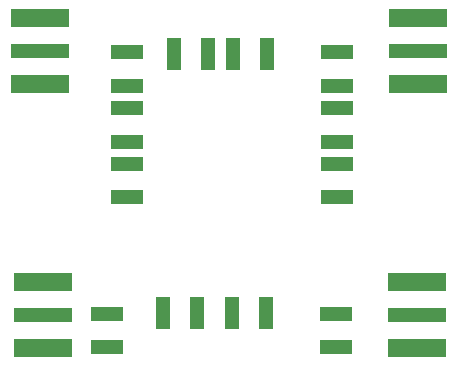
<source format=gbr>
%TF.GenerationSoftware,Altium Limited,Altium Designer,20.0.10 (225)*%
G04 Layer_Color=255*
%FSLAX26Y26*%
%MOIN*%
%TF.FileFunction,Pads,Top*%
%TF.Part,CustomerPanel*%
G01*
G75*
%TA.AperFunction,SMDPad,CuDef*%
%ADD10R,0.106299X0.049213*%
%ADD11R,0.049213X0.106299*%
%ADD12R,0.196850X0.047244*%
%ADD13R,0.196850X0.062992*%
D10*
X2750276Y3172555D02*
D03*
Y3060351D02*
D03*
X1988150Y3172555D02*
D03*
Y3060351D02*
D03*
X2753819Y4043347D02*
D03*
Y3931142D02*
D03*
Y3857437D02*
D03*
Y3745232D02*
D03*
Y3672437D02*
D03*
Y3560232D02*
D03*
X2052559Y3672437D02*
D03*
Y3560232D02*
D03*
Y3857437D02*
D03*
Y3745232D02*
D03*
Y4043347D02*
D03*
Y3931142D02*
D03*
D11*
X2517480Y3174327D02*
D03*
X2405276D02*
D03*
X2286378D02*
D03*
X2174173D02*
D03*
X2520236Y4036335D02*
D03*
X2408032D02*
D03*
X2323386D02*
D03*
X2211181D02*
D03*
D12*
X3021220Y3167571D02*
D03*
X1774234D02*
D03*
X3024764Y4048331D02*
D03*
X1765709D02*
D03*
D13*
X3021220Y3276626D02*
D03*
Y3058516D02*
D03*
X1774234D02*
D03*
Y3276626D02*
D03*
X3024764Y4157386D02*
D03*
Y3939276D02*
D03*
X1765709D02*
D03*
Y4157386D02*
D03*
%TF.MD5,40972197a4382a7cf7b0ddb3547f8267*%
M02*

</source>
